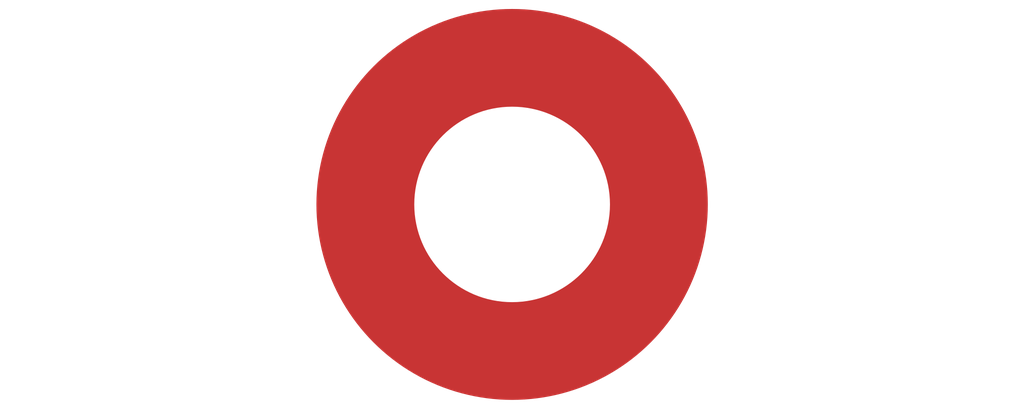
<source format=kicad_pcb>
(kicad_pcb (version 20240108) (generator pcbnew)
  (layers (0 "F.Cu" signal) (31 "B.Cu" signal) (34 "B.Paste" user) (35 "F.Paste" user) (36 "B.SilkS" user "B.Silkscreen") (37 "F.SilkS" user "F.Silkscreen") (38 "B.Mask" user) (39 "F.Mask" user) (44 "Edge.Cuts" user))
  (net 0 "")
  (footprint "MountingHole_6mm_Pad_TopOnly" (layer "F.Cu") (at 0 0)
    (property "Reference" "REF**")
    (property "Value" "MountingHole_6mm_Pad_TopOnly")
    (pad "1" thru_hole circle (at 0 0) (size 6.4 6.4) (drill 6) (layers *.Cu *.Mask) (remove_unused_layers))
    (pad "1" connect circle (at 0 0) (size 12 12) (layers "F.Cu" "F.Mask"))
  )
)
</source>
